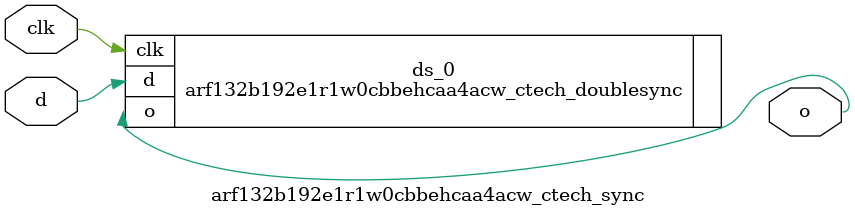
<source format=sv>

`ifndef ARF132B192E1R1W0CBBEHCAA4ACW_CTECH_SYNC_SV
`define ARF132B192E1R1W0CBBEHCAA4ACW_CTECH_SYNC_SV

module arf132b192e1r1w0cbbehcaa4acw_ctech_sync (
  input  logic  clk,
  input  logic  d,

  output logic  o
);

  arf132b192e1r1w0cbbehcaa4acw_ctech_doublesync ds_0 (.o(o), .d(d), .clk(clk));

endmodule // arf132b192e1r1w0cbbehcaa4acw_ctech_sync

`endif // ARF132B192E1R1W0CBBEHCAA4ACW_CTECH_SYNC_SV
</source>
